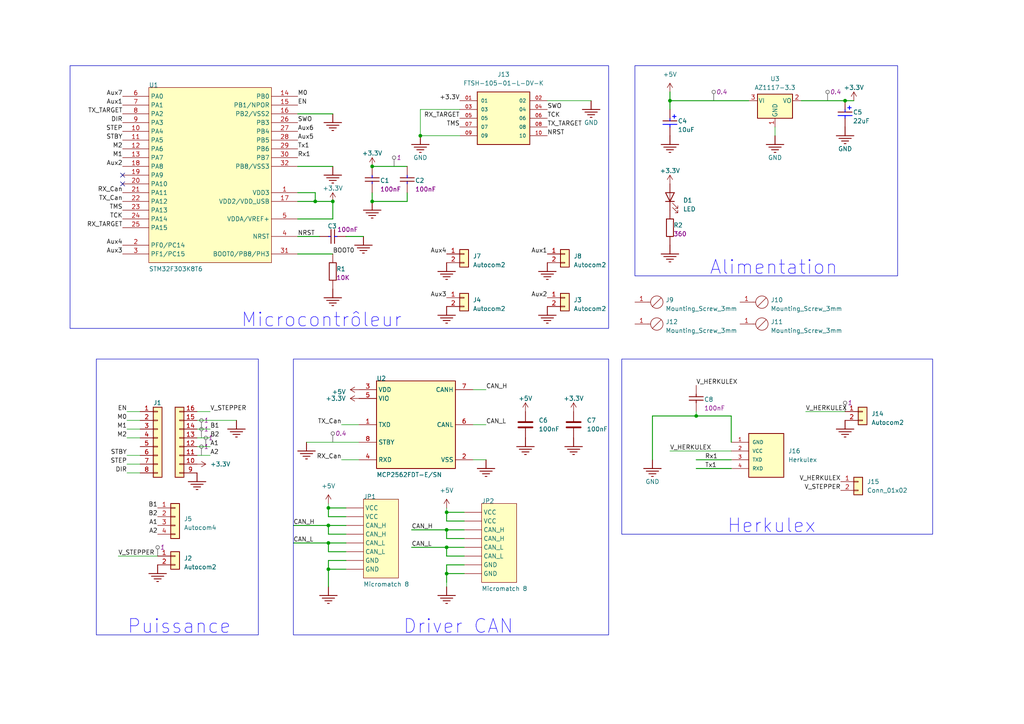
<source format=kicad_sch>
(kicad_sch (version 20250114) (generator "eeschema") (generator_version "9.0")
  (paper "A4")
  (title_block (title "Carte moteur pas à pas (version industrialisée)") (date "2023-12-13") (rev "V0") (company "IUT de Cachan - CRAC") (comment 1 "Jeanne VOISIN"))
  (lib_symbols
    (symbol "+5V_1" (power) (pin_names (offset 0))
      (property "Value" "+5V_1" (at 0 3.556 0))
      (symbol "+5V_1_1_1"
        (pin power_in line (at 0 0 90) (length 0) (hide yes) (name "+5V") (number "1"))
      )
    )
    (symbol "0_Ge2:FTSH-105-01-L-DV-K" (pin_names (offset 1.016))
      (property "Reference" "J" (at -7.62 8.382 0))
      (property "Value" "FTSH-105-01-L-DV-K" (at -7.62 -10.16 0))
      (symbol "FTSH-105-01-L-DV-K_0_0"
        (pin passive line (at -12.7 5.08 0) (length 5.08) (name "01") (number "01"))
        (pin passive line (at -12.7 2.54 0) (length 5.08) (name "03") (number "03"))
        (pin passive line (at -12.7 0 0) (length 5.08) (name "05") (number "05"))
        (pin passive line (at -12.7 -2.54 0) (length 5.08) (name "07") (number "07"))
        (pin passive line (at -12.7 -5.08 0) (length 5.08) (name "09") (number "09"))
        (pin passive line (at 12.7 5.08 180) (length 5.08) (name "02") (number "02"))
        (pin passive line (at 12.7 2.54 180) (length 5.08) (name "04") (number "04"))
        (pin passive line (at 12.7 0 180) (length 5.08) (name "06") (number "06"))
        (pin passive line (at 12.7 -2.54 180) (length 5.08) (name "08") (number "08"))
        (pin passive line (at 12.7 -5.08 180) (length 5.08) (name "10") (number "10"))
      )
    )
    (symbol "0_Ge2:Herkulex" (pin_names (offset 1.016))
      (property "Reference" "J" (at 0 1.27 0))
      (property "Value" "Herkulex" (at 0 -15.24 0))
      (symbol "Herkulex_1_0"
        (pin passive line (at -5.08 -2.54 0) (length 5.08) (name "GND") (number "1"))
        (pin passive line (at -5.08 -5.08 0) (length 5.08) (name "VCC") (number "2"))
        (pin passive line (at -5.08 -7.62 0) (length 5.08) (name "TXD") (number "3"))
        (pin passive line (at -5.08 -10.16 0) (length 5.08) (name "RXD") (number "4"))
      )
    )
    (symbol "CaptCouleurV2-altium-import:GND" (power)
      (property "Reference" "#PWR" (at 0 0 0))
      (property "Value" "GND" (at 0 6.35 0))
      (symbol "GND_0_0"
        (pin power_in line (at 0 0 0) (length 0) (hide yes) (name "GND") (number ""))
      )
    )
    (symbol "CaptCouleurV2-altium-import:root_0_MCU_LQFP32"
      (symbol "root_0_MCU_LQFP32_1_0"
        (pin passive line (at -7.62 -2.54 0) (length 7.62) (name "PA0") (number "6"))
        (pin passive line (at -7.62 -5.08 0) (length 7.62) (name "PA1") (number "7"))
        (pin passive line (at -7.62 -7.62 0) (length 7.62) (name "PA2") (number "8"))
        (pin passive line (at -7.62 -10.16 0) (length 7.62) (name "PA3") (number "9"))
        (pin passive line (at -7.62 -12.7 0) (length 7.62) (name "PA4") (number "10"))
        (pin passive line (at -7.62 -15.24 0) (length 7.62) (name "PA5") (number "11"))
        (pin passive line (at -7.62 -17.78 0) (length 7.62) (name "PA6") (number "12"))
        (pin passive line (at -7.62 -20.32 0) (length 7.62) (name "PA7") (number "13"))
        (pin passive line (at -7.62 -22.86 0) (length 7.62) (name "PA8") (number "18"))
        (pin passive line (at -7.62 -25.4 0) (length 7.62) (name "PA9") (number "19"))
        (pin passive line (at -7.62 -27.94 0) (length 7.62) (name "PA10") (number "20"))
        (pin passive line (at -7.62 -30.48 0) (length 7.62) (name "PA11") (number "21"))
        (pin passive line (at -7.62 -33.02 0) (length 7.62) (name "PA12") (number "22"))
        (pin passive line (at -7.62 -35.56 0) (length 7.62) (name "PA13") (number "23"))
        (pin passive line (at -7.62 -38.1 0) (length 7.62) (name "PA14") (number "24"))
        (pin passive line (at -7.62 -40.64 0) (length 7.62) (name "PA15") (number "25"))
        (pin passive line (at -7.62 -45.72 0) (length 7.62) (name "PF0/PC14") (number "2"))
        (pin passive line (at -7.62 -48.26 0) (length 7.62) (name "PF1/PC15") (number "3"))
        (pin passive line (at 43.18 -2.54 180) (length 7.62) (name "PB0") (number "14"))
        (pin passive line (at 43.18 -5.08 180) (length 7.62) (name "PB1/NPOR") (number "15"))
        (pin passive line (at 43.18 -7.62 180) (length 7.62) (name "PB2/VSS2") (number "16"))
        (pin passive line (at 43.18 -10.16 180) (length 7.62) (name "PB3") (number "26"))
        (pin passive line (at 43.18 -12.7 180) (length 7.62) (name "PB4") (number "27"))
        (pin passive line (at 43.18 -15.24 180) (length 7.62) (name "PB5") (number "28"))
        (pin passive line (at 43.18 -17.78 180) (length 7.62) (name "PB6") (number "29"))
        (pin passive line (at 43.18 -20.32 180) (length 7.62) (name "PB7") (number "30"))
        (pin passive line (at 43.18 -22.86 180) (length 7.62) (name "PB8/VSS3") (number "32"))
        (pin passive line (at 43.18 -30.48 180) (length 7.62) (name "VDD3") (number "1"))
        (pin passive line (at 43.18 -33.02 180) (length 7.62) (name "VDD2/VDD_USB") (number "17"))
        (pin passive line (at 43.18 -38.1 180) (length 7.62) (name "VDDA/VREF+") (number "5"))
        (pin passive line (at 43.18 -43.18 180) (length 7.62) (name "NRST") (number "4"))
        (pin passive line (at 43.18 -48.26 180) (length 7.62) (name "BOOT0/PB8/PH3") (number "31"))
      )
    )
    (symbol "CaptCouleurV2-altium-import:root_1_Cap_np"
      (symbol "root_1_Cap_np_1_0"
        (pin passive line (at 0 7.62 270) (length 2.54) (name "2") (number "2"))
        (pin passive line (at 0 0 90) (length 2.54) (name "1") (number "1"))
      )
    )
    (symbol "CaptCouleurV2-altium-import:root_1_Res"
      (symbol "root_1_Res_1_0"
        (pin passive line (at 0 10.16 270) (length 2.54) (name "2") (number "2"))
        (pin passive line (at 0 0 90) (length 2.54) (name "1") (number "1"))
      )
    )
    (symbol "CaptCouleurV2-altium-import:root_2_Cap_np"
      (symbol "root_2_Cap_np_1_0"
        (pin passive line (at -7.62 0 0) (length 2.54) (name "2") (number "2"))
        (pin passive line (at 0 0 180) (length 2.54) (name "1") (number "1"))
      )
    )
    (symbol "CaptCouleurV2-altium-import:root_3_Cap Pol1"
      (symbol "root_3_Cap Pol1_1_0"
        (pin passive line (at -2.54 2.54 270) (length 2.54) (name "1") (number "1"))
        (pin passive line (at -2.54 -5.08 90) (length 2.54) (name "2") (number "2"))
      )
    )
    (symbol "Connector_Generic:Conn_01x02" (pin_names (offset 1.016) (hide yes))
      (property "Reference" "J" (at 0 2.54 0))
      (property "Value" "Conn_01x02" (at 0 -5.08 0))
      (symbol "Conn_01x02_1_1"
        (pin passive line (at -5.08 0 0) (length 3.81) (name "Pin_1") (number "1"))
        (pin passive line (at -5.08 -2.54 0) (length 3.81) (name "Pin_2") (number "2"))
      )
    )
    (symbol "Connector_Generic:Conn_01x08" (pin_names (offset 1.016) (hide yes))
      (property "Reference" "J1" (at 2.54 -0.635 0))
      (property "Value" "Conn_01x08" (at 2.54 -3.175 0))
      (symbol "Conn_01x08_1_1"
        (pin passive line (at -5.08 7.62 0) (length 3.81) (name "Pin_1") (number "1"))
        (pin passive line (at -5.08 5.08 0) (length 3.81) (name "Pin_2") (number "2"))
        (pin passive line (at -5.08 2.54 0) (length 3.81) (name "Pin_3") (number "3"))
        (pin passive line (at -5.08 0 0) (length 3.81) (name "Pin_4") (number "4"))
        (pin passive line (at -5.08 -2.54 0) (length 3.81) (name "Pin_5") (number "5"))
        (pin passive line (at -5.08 -5.08 0) (length 3.81) (name "Pin_6") (number "6"))
        (pin passive line (at -5.08 -7.62 0) (length 3.81) (name "Pin_7") (number "7"))
        (pin passive line (at -5.08 -10.16 0) (length 3.81) (name "Pin_8") (number "8"))
        (pin passive line (at 11.43 7.62 180) (length 3.81) (name "Pin_8") (number "16"))
        (pin passive line (at 11.43 5.08 180) (length 3.81) (name "Pin_7") (number "15"))
        (pin passive line (at 11.43 2.54 180) (length 3.81) (name "Pin_6") (number "14"))
        (pin passive line (at 11.43 0 180) (length 3.81) (name "Pin_5") (number "13"))
        (pin passive line (at 11.43 -2.54 180) (length 3.81) (name "Pin_4") (number "12"))
        (pin passive line (at 11.43 -5.08 180) (length 3.81) (name "Pin_3") (number "11"))
        (pin passive line (at 11.43 -7.62 180) (length 3.81) (name "Pin_2") (number "10"))
        (pin passive line (at 11.43 -10.16 180) (length 3.81) (name "Pin_1") (number "9"))
      )
    )
    (symbol "Device:C" (pin_numbers (hide yes)) (pin_names (offset 0.254))
      (property "Reference" "C" (at 0.635 2.54 0))
      (property "Value" "C" (at 0.635 -2.54 0))
      (symbol "C_1_1"
        (pin passive line (at 0 3.81 270) (length 2.794) (name "~") (number "1"))
        (pin passive line (at 0 -3.81 90) (length 2.794) (name "~") (number "2"))
      )
    )
    (symbol "Device:LED" (pin_numbers (hide yes)) (pin_names (offset 1.016) (hide yes))
      (property "Reference" "D" (at 0 2.54 0))
      (property "Value" "LED" (at 0 -2.54 0))
      (symbol "LED_1_1"
        (pin passive line (at -3.81 0 0) (length 2.54) (name "K") (number "1"))
        (pin passive line (at 3.81 0 180) (length 2.54) (name "A") (number "2"))
      )
    )
    (symbol "Regulator_Linear:AZ1117-3.3" (pin_names (offset 0.254))
      (property "Reference" "U" (at -3.81 3.175 0))
      (property "Value" "AZ1117-3.3" (at 0 3.175 0))
      (symbol "AZ1117-3.3_1_1"
        (pin power_in line (at -7.62 0 0) (length 2.54) (name "VI") (number "3"))
        (pin power_in line (at 0 -7.62 90) (length 2.54) (name "GND") (number "1"))
        (pin power_out line (at 7.62 0 180) (length 2.54) (name "VO") (number "2"))
      )
    )
    (symbol "Schéma Carte Commande-altium-import:1_Cap"
      (property "Value" "1_Cap" (at 0 0 0))
      (symbol "1_Cap_1_0"
        (pin passive line (at 2.54 5.08 270) (length 2.54) (name "2") (number "2"))
        (pin passive line (at 2.54 -2.54 90) (length 2.54) (name "1") (number "1"))
      )
    )
    (symbol "Schéma Carte Commande-altium-import:GND" (power)
      (property "Reference" "#PWR" (at 0 0 0))
      (property "Value" "GND" (at 0 6.35 0))
      (symbol "GND_0_0"
        (pin power_in line (at 0 0 0) (length 0) (hide yes) (name "GND") (number ""))
      )
    )
    (symbol "SymbGamelGe2_v6:Autocom2" (pin_names (offset 1.016) (hide yes))
      (property "Reference" "J" (at 0 2.54 0))
      (property "Value" "Autocom2" (at 0 -5.08 0))
      (symbol "Autocom2_1_1"
        (pin passive line (at -5.08 0 0) (length 3.81) (name "Pin_1") (number "1"))
        (pin passive line (at -5.08 -2.54 0) (length 3.81) (name "Pin_2") (number "2"))
      )
    )
    (symbol "SymbGamelGe2_v6:Autocom4" (pin_names (offset 1.016) (hide yes))
      (property "Reference" "J" (at 0 5.08 0))
      (property "Value" "Autocom4" (at 0 -7.62 0))
      (symbol "Autocom4_1_1"
        (pin passive line (at -5.08 2.54 0) (length 3.81) (name "Pin_1") (number "1"))
        (pin passive line (at -5.08 0 0) (length 3.81) (name "Pin_2") (number "2"))
        (pin passive line (at -5.08 -2.54 0) (length 3.81) (name "Pin_3") (number "3"))
        (pin passive line (at -5.08 -5.08 0) (length 3.81) (name "Pin_4") (number "4"))
      )
    )
    (symbol "SymbGamelGe2_v6:Mounting_Screw_3mm" (pin_names (offset 1.016) (hide yes))
      (property "Reference" "J" (at 0 2.54 0))
      (property "Value" "Mounting_Screw_3mm" (at 1.27 -2.54 0))
      (symbol "Mounting_Screw_3mm_1_1"
        (pin passive line (at -5.08 0 0) (length 3.81) (name "Pin_1") (number "1"))
      )
    )
    (symbol "WifiCAN-altium-import:0_Conn. - CAN"
      (property "Value" "0_Conn. - CAN" (at 0 0 0))
      (symbol "0_Conn. - CAN_1_0"
        (pin passive line (at 0 2.54 0) (length 5.08) (name "VCC") (number "8"))
        (pin passive line (at 0 0 0) (length 5.08) (name "VCC") (number "1"))
        (pin passive line (at 0 -2.54 0) (length 5.08) (name "CAN_H") (number "5"))
        (pin passive line (at 0 -5.08 0) (length 5.08) (name "CAN_H") (number "4"))
        (pin passive line (at 0 -7.62 0) (length 5.08) (name "CAN_L") (number "6"))
        (pin passive line (at 0 -10.16 0) (length 5.08) (name "CAN_L") (number "3"))
        (pin passive line (at 0 -12.7 0) (length 5.08) (name "GND") (number "2"))
        (pin passive line (at 0 -15.24 0) (length 5.08) (name "GND") (number "7"))
      )
    )
    (symbol "WifiCAN-altium-import:0_fcb6c66e4429206983adab9201371df"
      (property "Value" "0_fcb6c66e4429206983adab9201371df" (at 0 0 0))
      (symbol "0_fcb6c66e4429206983adab9201371df_1_0"
        (pin power_in line (at 0 0 0) (length 5.08) (name "VDD") (number "3"))
        (pin power_in line (at 0 -2.54 0) (length 5.08) (name "VIO") (number "5"))
        (pin input line (at 0 -10.16 0) (length 5.08) (name "TXD") (number "1"))
        (pin input line (at 0 -15.24 0) (length 5.08) (name "STBY") (number "8"))
        (pin output line (at 0 -20.32 0) (length 5.08) (name "RXD") (number "4"))
        (pin bidirectional line (at 33.02 0 180) (length 5.08) (name "CANH") (number "7"))
        (pin bidirectional line (at 33.02 -10.16 180) (length 5.08) (name "CANL") (number "6"))
        (pin power_in line (at 33.02 -20.32 180) (length 5.08) (name "VSS") (number "2"))
      )
    )
    (symbol "power:+3.3V" (power) (pin_names (offset 0))
      (property "Value" "+3.3V" (at 0 3.556 0))
      (symbol "+3.3V_1_1"
        (pin power_in line (at 0 0 90) (length 0) (hide yes) (name "+3.3V") (number "1"))
      )
    )
    (symbol "power:+5V" (power) (pin_names (offset 0))
      (property "Value" "+5V" (at 0 3.556 0))
      (symbol "+5V_1_1"
        (pin power_in line (at 0 0 90) (length 0) (hide yes) (name "+5V") (number "1"))
      )
    )
  )
  (rectangle (start 27.94 104.14) (end 74.93 184.15))
  (rectangle (start 184.15 19.05) (end 260.35 80.01))
  (rectangle (start 85.09 104.14) (end 176.53 184.15))
  (rectangle (start 20.32 19.05) (end 176.53 95.25))
  (rectangle (start 180.34 104.14) (end 270.51 154.94))
  (text "Puissance" (at 36.83 184.15 0) (effects (font (size 4 4)) (justify left bottom)))
  (text "Microcontrôleur" (at 69.85 95.25 0) (effects (font (size 4 4)) (justify left bottom)))
  (text "Driver CAN" (at 116.84 184.15 0) (effects (font (size 4 4)) (justify left bottom)))
  (text "Herkulex" (at 210.82 154.94 0) (effects (font (size 4 4)) (justify left bottom)))
  (text "Alimentation" (at 205.74 80.01 0) (effects (font (size 4 4)) (justify left bottom)))
  (junction (at 129.54 158.75))
  (junction (at 95.25 165.1))
  (junction (at 129.54 166.37))
  (junction (at 107.95 48.26))
  (junction (at 95.25 152.4))
  (junction (at 121.92 39.37))
  (junction (at 95.25 147.32))
  (junction (at 201.93 120.65))
  (junction (at 245.11 29.21))
  (junction (at 194.31 29.21))
  (junction (at 95.25 157.48))
  (junction (at 129.54 148.59))
  (junction (at 107.95 58.42))
  (junction (at 96.52 58.42))
  (junction (at 129.54 153.67))
  (junction (at 91.44 58.42))
  (no_connect (at 35.56 50.8))
  (no_connect (at 35.56 53.34))
  (wire (pts (xy 96.52 58.42) (xy 96.52 63.5)) (stroke (width 0.254)))
  (wire (pts (xy 129.54 163.83) (xy 129.54 166.37)) (stroke (width 0.254)))
  (wire (pts (xy 133.35 39.37) (xy 121.92 39.37)))
  (wire (pts (xy 95.25 162.56) (xy 95.25 165.1)) (stroke (width 0.254)))
  (wire (pts (xy 36.83 134.62) (xy 40.64 134.62)))
  (wire (pts (xy 121.92 39.37) (xy 121.92 31.75)))
  (wire (pts (xy 100.33 162.56) (xy 95.25 162.56)) (stroke (width 0.254)))
  (wire (pts (xy 36.83 137.16) (xy 40.64 137.16)))
  (wire (pts (xy 201.93 133.35) (xy 212.09 133.35)) (stroke (width 0.254)))
  (wire (pts (xy 36.83 121.92) (xy 40.64 121.92)))
  (wire (pts (xy 95.25 160.02) (xy 95.25 157.48)) (stroke (width 0.254)))
  (wire (pts (xy 86.36 33.02) (xy 96.52 33.02)) (stroke (width 0.254)))
  (wire (pts (xy 189.23 120.65) (xy 201.93 120.65)) (stroke (width 0.254)))
  (wire (pts (xy 129.54 158.75) (xy 134.62 158.75)) (stroke (width 0.254)))
  (wire (pts (xy 86.36 73.66) (xy 96.52 73.66)) (stroke (width 0.254)))
  (wire (pts (xy 129.54 166.37) (xy 129.54 168.91)) (stroke (width 0.254)))
  (wire (pts (xy 129.54 153.67) (xy 134.62 153.67)) (stroke (width 0.254)))
  (wire (pts (xy 121.92 31.75) (xy 133.35 31.75)))
  (wire (pts (xy 91.44 58.42) (xy 96.52 58.42)) (stroke (width 0.254)))
  (wire (pts (xy 36.83 127) (xy 40.64 127)))
  (wire (pts (xy 95.25 146.05) (xy 95.25 147.32)))
  (wire (pts (xy 134.62 163.83) (xy 129.54 163.83)) (stroke (width 0.254)))
  (wire (pts (xy 245.11 29.21) (xy 247.65 29.21)) (stroke (width 0.254)))
  (wire (pts (xy 194.31 130.81) (xy 212.09 130.81)))
  (wire (pts (xy 57.15 127) (xy 60.96 127)))
  (wire (pts (xy 57.15 119.38) (xy 60.96 119.38)))
  (wire (pts (xy 194.31 26.67) (xy 194.31 29.21)) (stroke (width 0.254)))
  (wire (pts (xy 100.33 160.02) (xy 95.25 160.02)) (stroke (width 0.254)))
  (wire (pts (xy 88.9 128.27) (xy 104.14 128.27)))
  (wire (pts (xy 137.16 113.03) (xy 140.97 113.03)))
  (wire (pts (xy 95.25 147.32) (xy 100.33 147.32)) (stroke (width 0.254)))
  (wire (pts (xy 95.25 149.86) (xy 95.25 147.32)) (stroke (width 0.254)))
  (wire (pts (xy 86.36 68.58) (xy 92.71 68.58)) (stroke (width 0.254)))
  (wire (pts (xy 140.97 123.19) (xy 137.16 123.19)))
  (wire (pts (xy 34.29 161.29) (xy 45.72 161.29)))
  (wire (pts (xy 118.11 48.26) (xy 107.95 48.26)) (stroke (width 0.254)))
  (wire (pts (xy 57.15 124.46) (xy 60.96 124.46)))
  (wire (pts (xy 140.97 133.35) (xy 137.16 133.35)))
  (wire (pts (xy 129.54 168.91) (xy 129.54 170.18)))
  (wire (pts (xy 85.09 157.48) (xy 95.25 157.48)) (stroke (width 0.254)))
  (wire (pts (xy 194.31 29.21) (xy 194.31 31.75)) (stroke (width 0.254)))
  (wire (pts (xy 134.62 161.29) (xy 129.54 161.29)) (stroke (width 0.254)))
  (wire (pts (xy 95.25 154.94) (xy 95.25 152.4)) (stroke (width 0.254)))
  (wire (pts (xy 118.11 58.42) (xy 107.95 58.42)) (stroke (width 0.254)))
  (wire (pts (xy 129.54 148.59) (xy 134.62 148.59)) (stroke (width 0.254)))
  (wire (pts (xy 95.25 165.1) (xy 95.25 170.18)) (stroke (width 0.254)))
  (wire (pts (xy 189.23 120.65) (xy 189.23 133.35)) (stroke (width 0.254)))
  (wire (pts (xy 36.83 119.38) (xy 40.64 119.38)))
  (wire (pts (xy 119.38 158.75) (xy 129.54 158.75)) (stroke (width 0.254)))
  (wire (pts (xy 86.36 55.88) (xy 91.44 55.88)) (stroke (width 0.254)))
  (wire (pts (xy 95.25 152.4) (xy 100.33 152.4)) (stroke (width 0.254)))
  (wire (pts (xy 129.54 151.13) (xy 129.54 148.59)) (stroke (width 0.254)))
  (wire (pts (xy 85.09 152.4) (xy 95.25 152.4)) (stroke (width 0.254)))
  (wire (pts (xy 105.41 68.58) (xy 100.33 68.58)) (stroke (width 0.254)))
  (wire (pts (xy 99.06 133.35) (xy 104.14 133.35)))
  (wire (pts (xy 201.93 135.89) (xy 212.09 135.89)) (stroke (width 0.254)))
  (wire (pts (xy 95.25 157.48) (xy 100.33 157.48)) (stroke (width 0.254)))
  (wire (pts (xy 129.54 161.29) (xy 129.54 158.75)) (stroke (width 0.254)))
  (wire (pts (xy 100.33 149.86) (xy 95.25 149.86)) (stroke (width 0.254)))
  (wire (pts (xy 86.36 58.42) (xy 91.44 58.42)) (stroke (width 0.254)))
  (wire (pts (xy 212.09 120.65) (xy 212.09 128.27)) (stroke (width 0.254)))
  (wire (pts (xy 134.62 166.37) (xy 129.54 166.37)) (stroke (width 0.254)))
  (wire (pts (xy 119.38 153.67) (xy 129.54 153.67)) (stroke (width 0.254)))
  (wire (pts (xy 100.33 165.1) (xy 95.25 165.1)) (stroke (width 0.254)))
  (wire (pts (xy 57.15 129.54) (xy 60.96 129.54)))
  (wire (pts (xy 86.36 48.26) (xy 96.52 48.26)) (stroke (width 0.254)))
  (wire (pts (xy 232.41 29.21) (xy 245.11 29.21)) (stroke (width 0.254)))
  (wire (pts (xy 36.83 132.08) (xy 40.64 132.08)))
  (wire (pts (xy 118.11 55.88) (xy 118.11 58.42)) (stroke (width 0.254)))
  (wire (pts (xy 233.68 119.38) (xy 245.11 119.38)))
  (wire (pts (xy 134.62 151.13) (xy 129.54 151.13)) (stroke (width 0.254)))
  (wire (pts (xy 107.95 58.42) (xy 107.95 55.88)) (stroke (width 0.254)))
  (wire (pts (xy 129.54 156.21) (xy 129.54 153.67)) (stroke (width 0.254)))
  (wire (pts (xy 36.83 124.46) (xy 40.64 124.46)))
  (wire (pts (xy 57.15 121.92) (xy 68.58 121.92)))
  (wire (pts (xy 96.52 63.5) (xy 86.36 63.5)) (stroke (width 0.254)))
  (wire (pts (xy 57.15 132.08) (xy 60.96 132.08)))
  (wire (pts (xy 91.44 55.88) (xy 91.44 58.42)) (stroke (width 0.254)))
  (wire (pts (xy 129.54 147.32) (xy 129.54 148.59)))
  (wire (pts (xy 212.09 120.65) (xy 201.93 120.65)) (stroke (width 0.254)))
  (wire (pts (xy 100.33 154.94) (xy 95.25 154.94)) (stroke (width 0.254)))
  (wire (pts (xy 224.79 36.83) (xy 224.79 39.37)))
  (wire (pts (xy 99.06 123.19) (xy 104.14 123.19)))
  (wire (pts (xy 194.31 29.21) (xy 217.17 29.21)) (stroke (width 0.254)))
  (wire (pts (xy 201.93 119.38) (xy 201.93 120.65)))
  (wire (pts (xy 134.62 156.21) (xy 129.54 156.21)) (stroke (width 0.254)))
  (wire (pts (xy 158.75 29.21) (xy 171.45 29.21)))
  (label "STBY" (at 36.83 132.08 180))
  (label "NRST" (at 86.36 68.58 0))
  (label "CAN_L" (at 119.38 158.75 0))
  (label "A1" (at 60.96 129.54 0))
  (label "B2" (at 60.96 127 0))
  (label "TX_Can" (at 35.56 58.42 180))
  (label "EN" (at 36.83 119.38 180))
  (label "A2" (at 60.96 132.08 0))
  (label "Aux1" (at 35.56 30.48 180))
  (label "CAN_H" (at 140.97 113.03 0))
  (label "V_HERKULEX" (at 194.31 130.81 0))
  (label "B2" (at 45.72 149.86 180))
  (label "TX_TARGET" (at 35.56 33.02 180))
  (label "SWO" (at 86.36 35.56 0))
  (label "Aux2" (at 158.75 86.36 180))
  (label "BOOT0" (at 96.52 73.66 0))
  (label "Tx1" (at 204.47 135.89 0))
  (label "Aux5" (at 86.36 40.64 0))
  (label "TCK" (at 158.75 34.29 0))
  (label "Aux2" (at 35.56 48.26 180))
  (label "RX_Can" (at 99.06 133.35 180))
  (label "Tx1" (at 86.36 43.18 0))
  (label "EN" (at 86.36 30.48 0))
  (label "M1" (at 36.83 124.46 180))
  (label "Aux4" (at 129.54 73.66 180))
  (label "M2" (at 36.83 127 180))
  (label "Rx1" (at 204.47 133.35 0))
  (label "V_HERKULEX" (at 201.93 111.76 0))
  (label "+3.3V" (at 133.35 29.21 180))
  (label "M1" (at 35.56 45.72 180))
  (label "A2" (at 45.72 154.94 180))
  (label "M2" (at 35.56 43.18 180))
  (label "A1" (at 45.72 152.4 180))
  (label "RX_TARGET" (at 35.56 66.04 180))
  (label "V_STEPPER" (at 34.29 161.29 0))
  (label "CAN_L" (at 140.97 123.19 0))
  (label "TX_Can" (at 99.06 123.19 180))
  (label "CAN_L" (at 85.09 157.48 0))
  (label "CAN_H" (at 119.38 153.67 0))
  (label "NRST" (at 158.75 39.37 0))
  (label "TCK" (at 35.56 63.5 180))
  (label "Aux4" (at 35.56 71.12 180))
  (label "B1" (at 45.72 147.32 180))
  (label "CAN_H" (at 85.09 152.4 0))
  (label "DIR" (at 36.83 137.16 180))
  (label "B1" (at 60.96 124.46 0))
  (label "Aux3" (at 35.56 73.66 180))
  (label "TMS" (at 133.35 36.83 180))
  (label "Aux6" (at 86.36 38.1 0))
  (label "Rx1" (at 86.36 45.72 0))
  (label "TMS" (at 35.56 60.96 180))
  (label "RX_TARGET" (at 133.35 34.29 180))
  (label "V_HERKULEX" (at 233.68 119.38 0))
  (label "Aux7" (at 35.56 27.94 180))
  (label "M0" (at 36.83 121.92 180))
  (label "DIR" (at 35.56 35.56 180))
  (label "M0" (at 86.36 27.94 0))
  (label "Aux1" (at 158.75 73.66 180))
  (label "Aux3" (at 129.54 86.36 180))
  (label "V_STEPPER" (at 60.96 119.38 0))
  (label "RX_Can" (at 35.56 55.88 180))
  (label "V_STEPPER" (at 243.84 142.24 180))
  (label "TX_TARGET" (at 158.75 36.83 0))
  (label "STBY" (at 35.56 40.64 180))
  (label "STEP" (at 35.56 38.1 180))
  (label "STEP" (at 36.83 134.62 180))
  (label "SWO" (at 158.75 31.75 0))
  (label "V_HERKULEX" (at 243.84 139.7 180))
  (netclass_flag "" (length 2.54) (shape round) (at 58.42 132.08 0) (property "Netclass" "1" (at 59.1185 129.54 0) (effects (font (italic yes)) (justify left))))
  (netclass_flag "" (length 2.54) (shape round) (at 58.42 124.46 0) (property "Netclass" "1" (at 59.1185 121.92 0) (effects (font (italic yes)) (justify left))))
  (netclass_flag "" (length 2.54) (shape round) (at 207.01 29.21 0) (property "Netclass" "0.4" (at 207.7085 26.67 0) (effects (font (italic yes)) (justify left))))
  (netclass_flag "" (length 2.54) (shape round) (at 114.3 48.26 0) (property "Netclass" "1" (at 114.9985 45.72 0) (effects (font (italic yes)) (justify left))))
  (netclass_flag "" (length 2.54) (shape round) (at 240.03 29.21 0) (property "Netclass" "0.4" (at 240.7285 26.67 0) (effects (font (italic yes)) (justify left))))
  (netclass_flag "" (length 2.54) (shape round) (at 59.69 129.54 0) (property "Netclass" "1" (at 60.3885 127 0) (effects (font (italic yes)) (justify left))))
  (netclass_flag "" (length 2.54) (shape round) (at 96.52 128.27 0) (property "Netclass" "0.4" (at 97.2185 125.73 0) (effects (font (italic yes)) (justify left))))
  (netclass_flag "" (length 2.54) (shape round) (at 58.42 127 0) (property "Netclass" "1" (at 59.1185 124.46 0) (effects (font (italic yes)) (justify left))))
  (netclass_flag "" (length 2.54) (shape round) (at 45.72 161.29 0) (property "Netclass" "1" (at 46.4185 158.75 0) (effects (font (italic yes)) (justify left))))
  (netclass_flag "" (length 2.54) (shape round) (at 245.11 119.38 0) (property "Netclass" "1" (at 245.8085 116.84 0) (effects (font (italic yes)) (justify left))))
  (symbol (lib_id "CaptCouleurV2-altium-import:root_1_Res") (at 194.31 71.12 0) (unit 1)
    (property "Reference" "R2" (at 195.326 66.04 0) (effects (justify left bottom)))
    (property "Value" "${ALTIUM_VALUE}" (effects (hide yes)))
    (property "Footprint" "Resistor_SMD:R_1206_3216Metric_Pad1.30x1.75mm_HandSolder" (effects (hide yes)))
    (property "PUBLISHED" "8-Jun-2000" (effects (hide yes)))
    (property "REVISION" "July-2002: Re-released for DXP Platform." (effects (hide yes)))
    (property "PUBLISHER" "Altium Limited" (effects (hide yes)))
    (property "SUPPLIER 2" "Farnell" (effects (hide yes)))
    (property "SUPPLIER PART NUMBER 2" "2057836" (effects (hide yes)))
    (property "ALTIUM_VALUE" "360" (at 195.326 68.58 0) (effects (justify left bottom)))
  )
  (symbol (lib_id "power:+3.3V") (at 104.14 115.57 90) (unit 1)
    (property "Reference" "#PWR021" (effects (hide yes)))
    (property "Value" "+3.3V" (at 100.33 115.57 90) (effects (justify left)))
  )
  (symbol (lib_id "SymbGamelGe2_v6:Autocom2") (at 134.62 73.66 0) (unit 1)
    (property "Reference" "J7" (at 137.16 74.295 0) (effects (justify left)))
    (property "Value" "Autocom2" (at 137.16 76.835 0) (effects (justify left)))
    (property "Footprint" "FootprintGamelGe2_v6:Autocom2" (effects (hide yes)))
  )
  (symbol (lib_id "CaptCouleurV2-altium-import:root_0_MCU_LQFP32") (at 43.18 25.4 0) (unit 1)
    (property "Reference" "U1" (at 43.18 25.4 0) (effects (justify left bottom)))
    (property "Value" "STM32F303K8T6" (at 43.18 78.74 0) (effects (justify left bottom)))
    (property "Footprint" "STM32F303K8T6:QFP80P900X900X160-32N" (effects (hide yes)))
  )
  (symbol (lib_id "WifiCAN-altium-import:0_Conn. - CAN") (at 100.33 149.86 0) (unit 1)
    (property "Reference" "JP1" (at 105.41 144.78 0) (effects (justify left bottom)))
    (property "Value" "Micromatch 8" (at 105.41 170.18 0) (effects (justify left bottom)))
    (property "Footprint" "FootprintGamelGe2_v6:SW_DIP_SPSTx04_Slide_9.78x12.34mm_W7.62mm_P2.54mm" (effects (hide yes)))
    (property "COMPONENTLINK1URL" "http://www.tycoelectronics.com/commerce/DocumentDelivery/DDEController?Action=srchrtrv&DocNm=215083&DocType=Customer+Drawing&DocLang=English" (effects (hide yes)))
    (property "COMPONENTLINK1DESCRIPTION" "Datasheet" (effects (hide yes)))
    (property "SUPPLIER 1" "Farnell" (effects (hide yes)))
    (property "SUPPLIER PART NUMBER 1" "3784733" (effects (hide yes)))
    (property "MANUFACTURER" "TE CONNECTIVITY / AMP" (effects (hide yes)))
    (property "MANUFACTURER PART NUMBER" "7-188275-8" (effects (hide yes)))
    (property "ROHS" "YES" (effects (hide yes)))
    (property "STOCK 1" "13392" (effects (hide yes)))
    (property "PRICING 1" "10=0,92, 250=0,72, 900=0,64 (EUR)" (effects (hide yes)))
    (property "SÉRIE" "Micro-MaTch" (effects (hide yes)))
    (property "PAS" "1.27" (effects (hide yes)))
    (property "NOMBRE DE RANGÉES" "1" (effects (hide yes)))
    (property "NOMBRE DE CONTACTS" "8" (effects (hide yes)))
    (property "GENRE" "Embase" (effects (hide yes)))
    (property "TERMINAISON DU CONTACT" "Montage en surface vertical" (effects (hide yes)))
    (property "PLAQUAGE DU CONTACT" "Tin" (effects (hide yes)))
    (property "MATÉRIAU DU CONTACT" "Bronze phosphoreux" (effects (hide yes)))
    (property "CONNECTOR TYPE" "Board to Board" (effects (hide yes)))
    (property "COURANT DE CONTACT" "1.5" (effects (hide yes)))
    (property "MATIÈRE, CONTACT" "Bronze phosphoreux" (effects (hide yes)))
    (property "MÉTHODE DE TERMINAISON" "Solder" (effects (hide yes)))
    (property "NOMBRE DE PÂLES" "8" (effects (hide yes)))
    (property "NOMBRE DE VOIES" "8" (effects (hide yes)))
    (property "NUMÉRO AWG MAX.." "28" (effects (hide yes)))
    (property "PLAQUAGE CONTACT" "Etain / Plomb" (effects (hide yes)))
    (property "RÉSISTANCE, CONTACT" "50" (effects (hide yes)))
    (property "TEMPÉRATURE DE FONCTIONNEMENT MAX.." "105" (effects (hide yes)))
    (property "TEMPÉRATURE D'UTILISATION MIN" "-40" (effects (hide yes)))
    (property "TENSION C.A." "230" (effects (hide yes)))
    (property "TYPE DE BOITIER" "Polyester chargé verre" (effects (hide yes)))
    (property "TYPE DE CONNECTEUR" "Carte-à-carte" (effects (hide yes)))
    (property "COMPONENTLINK2URL" "http://www.tycoelectronics.com/commerce/DocumentDelivery/DDEController?Action=srchrtrv&DocNm=7-188275-8&DocType=Customer+View+Model&DocLang=English" (effects (hide yes)))
    (property "COMPONENTLINK2DESCRIPTION" "http://www.tycoelectronics.com/commerce/DocumentDelivery/DDEController?Action=srchrtrv&DocNm=7-188275-8&DocType=Customer+View+Model&DocLang=English" (effects (hide yes)))
    (property "COMPONENTLINK3URL" "http://www.farnell.com/datasheets/102135.pdf" (effects (hide yes)))
    (property "COMPONENTLINK3DESCRIPTION" "http://www.farnell.com/datasheets/102135.pdf" (effects (hide yes)))
  )
  (symbol (lib_id "CaptCouleurV2-altium-import:GND") (at 105.41 68.58 0) (unit 1)
    (property "Reference" "#PWR029" (effects (hide yes)))
    (property "Value" "GND" (effects (hide yes)))
  )
  (symbol (lib_id "Connector_Generic:Conn_01x02") (at 248.92 139.7 0) (unit 1)
    (property "Reference" "J15" (at 251.46 139.7 0) (effects (justify left)))
    (property "Value" "Conn_01x02" (at 251.46 142.24 0) (effects (justify left)))
    (property "Footprint" "Connector_PinHeader_2.54mm:PinHeader_1x02_P2.54mm_Vertical" (effects (hide yes)))
  )
  (symbol (lib_id "CaptCouleurV2-altium-import:GND") (at 245.11 121.92 0) (unit 1)
    (property "Reference" "#PWR05" (effects (hide yes)))
    (property "Value" "GND" (effects (hide yes)))
  )
  (symbol (lib_id "Device:C") (at 152.4 123.19 0) (unit 1)
    (property "Reference" "C6" (at 156.21 121.92 0) (effects (justify left)))
    (property "Value" "100nF" (at 156.21 124.46 0) (effects (justify left)))
    (property "Footprint" "Capacitor_SMD:C_1206_3216Metric_Pad1.33x1.80mm_HandSolder" (effects (hide yes)))
  )
  (symbol (lib_id "CaptCouleurV2-altium-import:GND") (at 171.45 29.21 0) (unit 1)
    (property "Reference" "#PWR028" (effects (hide yes)))
    (property "Value" "GND" (at 171.45 35.56 0))
  )
  (symbol (lib_id "0_Ge2:FTSH-105-01-L-DV-K") (at 146.05 34.29 0) (unit 1)
    (property "Reference" "J13" (at 146.05 21.59 0))
    (property "Value" "FTSH-105-01-L-DV-K" (at 146.05 24.13 0))
    (property "Footprint" "0_FootprintGe2:SAMTEC_FTSH-105-01-L-DV-K" (effects (hide yes)))
    (property "MF" "Samtec" (effects (hide yes)))
    (property "DESCRIPTION" "Connector Header Surface Mount 10 position 0.050 (1.27mm)" (effects (hide yes)))
  )
  (symbol (lib_id "CaptCouleurV2-altium-import:GND") (at 129.54 170.18 0) (unit 1)
    (property "Reference" "#PWR04" (effects (hide yes)))
    (property "Value" "GND" (effects (hide yes)))
  )
  (symbol (lib_id "Connector_Generic:Conn_01x08") (at 45.72 127 0) (unit 1)
    (property "Reference" "J1" (at 44.45 116.84 0) (effects (justify left)))
    (property "Value" "Conn_01x08" (effects (hide yes)))
    (property "Footprint" "Package_DIP:DIP-16_W7.62mm_Socket_LongPads" (effects (hide yes)))
  )
  (symbol (lib_id "CaptCouleurV2-altium-import:GND") (at 224.79 39.37 0) (unit 1)
    (property "Reference" "#PWR034" (effects (hide yes)))
    (property "Value" "GND" (at 224.79 45.72 0))
  )
  (symbol (lib_id "power:+3.3V") (at 96.52 58.42 0) (unit 1)
    (property "Reference" "#PWR026" (effects (hide yes)))
    (property "Value" "+3.3V" (at 96.52 54.61 0))
  )
  (symbol (lib_id "power:+3.3V") (at 107.95 48.26 0) (unit 1)
    (property "Reference" "#PWR030" (effects (hide yes)))
    (property "Value" "+3.3V" (at 107.95 44.45 0))
  )
  (symbol (lib_id "0_Ge2:Herkulex") (at 217.17 125.73 0) (unit 1)
    (property "Reference" "J16" (at 228.6 130.81 0) (effects (justify left)))
    (property "Value" "Herkulex" (at 228.6 133.35 0) (effects (justify left)))
    (property "Footprint" "0_FootprintGe2:TE_292161-4" (effects (hide yes)))
    (property "Datasheet" "TE_292161-4" (effects (hide yes)))
    (property "Description" "\nConn, Rect,Wire to Board,PCB Plug,4 Cont,Thru-Hole,MT Series,0.079 Pin-Spng | TE Connectivity 292161-4\n" (effects (hide yes)))
    (property "MANUFACTURER" "TE Connectivity" (effects (hide yes)))
  )
  (symbol (lib_id "CaptCouleurV2-altium-import:GND") (at 158.75 76.2 0) (unit 1)
    (property "Reference" "#PWR023" (effects (hide yes)))
    (property "Value" "GND" (effects (hide yes)))
  )
  (symbol (lib_id "CaptCouleurV2-altium-import:GND") (at 96.52 48.26 0) (unit 1)
    (property "Reference" "#PWR025" (effects (hide yes)))
    (property "Value" "GND" (effects (hide yes)))
  )
  (symbol (lib_id "CaptCouleurV2-altium-import:GND") (at 194.31 71.12 0) (unit 1)
    (property "Reference" "#PWR016" (effects (hide yes)))
    (property "Value" "GND" (effects (hide yes)))
  )
  (symbol (lib_id "Schéma Carte Commande-altium-import:1_Cap") (at 199.39 116.84 0) (unit 1)
    (property "Reference" "C8" (at 204.216 116.586 0) (effects (justify left bottom)))
    (property "Value" "Cap" (effects (hide yes)))
    (property "Footprint" "Capacitor_SMD:C_1206_3216Metric_Pad1.33x1.80mm_HandSolder" (effects (hide yes)))
    (property "PUBLISHED" "8-Jun-2000" (effects (hide yes)))
    (property "REVISION" "July-2002: Re-released for DXP Platform." (effects (hide yes)))
    (property "PUBLISHER" "Altium Limited" (effects (hide yes)))
    (property "ALTIUM_VALUE" "100nF" (at 204.216 119.126 0) (effects (justify left bottom)))
  )
  (symbol (lib_id "CaptCouleurV2-altium-import:GND") (at 57.15 137.16 0) (unit 1)
    (property "Reference" "#PWR06" (effects (hide yes)))
    (property "Value" "GND" (effects (hide yes)))
  )
  (symbol (lib_id "CaptCouleurV2-altium-import:GND") (at 121.92 39.37 0) (unit 1)
    (property "Reference" "#PWR09" (effects (hide yes)))
    (property "Value" "GND" (at 121.92 45.72 0))
  )
  (symbol (lib_id "CaptCouleurV2-altium-import:GND") (at 96.52 33.02 0) (unit 1)
    (property "Reference" "#PWR018" (effects (hide yes)))
    (property "Value" "GND" (effects (hide yes)))
  )
  (symbol (lib_id "SymbGamelGe2_v6:Autocom2") (at 163.83 73.66 0) (unit 1)
    (property "Reference" "J8" (at 166.37 74.295 0) (effects (justify left)))
    (property "Value" "Autocom2" (at 166.37 76.835 0) (effects (justify left)))
    (property "Footprint" "FootprintGamelGe2_v6:Autocom2" (effects (hide yes)))
  )
  (symbol (lib_id "power:+3.3V") (at 194.31 53.34 0) (unit 1)
    (property "Reference" "#PWR014" (effects (hide yes)))
    (property "Value" "+3.3V" (at 194.31 49.53 0))
  )
  (symbol (lib_id "CaptCouleurV2-altium-import:GND") (at 96.52 83.82 0) (unit 1)
    (property "Reference" "#PWR017" (effects (hide yes)))
    (property "Value" "GND" (effects (hide yes)))
  )
  (symbol (lib_id "Device:C") (at 166.37 123.19 0) (unit 1)
    (property "Reference" "C7" (at 170.18 121.92 0) (effects (justify left)))
    (property "Value" "100nF" (at 170.18 124.46 0) (effects (justify left)))
    (property "Footprint" "Capacitor_SMD:C_1206_3216Metric_Pad1.33x1.80mm_HandSolder" (effects (hide yes)))
  )
  (symbol (lib_id "power:+5V") (at 194.31 26.67 0) (unit 1)
    (property "Reference" "#PWR032" (effects (hide yes)))
    (property "Value" "+5V" (at 194.31 21.59 0))
  )
  (symbol (lib_id "Schéma Carte Commande-altium-import:GND") (at 189.23 133.35 0) (unit 1)
    (property "Reference" "#PWR038" (effects (hide yes)))
    (property "Value" "GND" (at 189.23 139.7 0))
  )
  (symbol (lib_id "SymbGamelGe2_v6:Mounting_Screw_3mm") (at 189.23 87.63 0) (unit 1)
    (property "Reference" "J9" (at 193.04 86.995 0) (effects (justify left)))
    (property "Value" "Mounting_Screw_3mm" (at 193.04 89.535 0) (effects (justify left)))
    (property "Footprint" "FootprintGamelGe2_v6:Mounting_Screw_3mm" (effects (hide yes)))
  )
  (symbol (lib_id "CaptCouleurV2-altium-import:GND") (at 107.95 58.42 0) (unit 1)
    (property "Reference" "#PWR039" (effects (hide yes)))
    (property "Value" "GND" (effects (hide yes)))
  )
  (symbol (lib_id "SymbGamelGe2_v6:Autocom2") (at 250.19 119.38 0) (unit 1)
    (property "Reference" "J14" (at 252.73 120.015 0) (effects (justify left)))
    (property "Value" "Autocom2" (at 252.73 122.555 0) (effects (justify left)))
    (property "Footprint" "FootprintGamelGe2_v6:Autocom2" (effects (hide yes)))
  )
  (symbol (lib_id "SymbGamelGe2_v6:Mounting_Screw_3mm") (at 189.23 93.98 0) (unit 1)
    (property "Reference" "J12" (at 193.04 93.345 0) (effects (justify left)))
    (property "Value" "Mounting_Screw_3mm" (at 193.04 95.885 0) (effects (justify left)))
    (property "Footprint" "FootprintGamelGe2_v6:Mounting_Screw_3mm" (effects (hide yes)))
  )
  (symbol (lib_id "power:+3.3V") (at 57.15 134.62 270) (unit 1)
    (property "Reference" "#PWR07" (effects (hide yes)))
    (property "Value" "+3.3V" (at 60.96 134.62 90) (effects (justify left)))
  )
  (symbol (lib_name "+5V_1") (lib_id "power:+5V") (at 152.4 119.38 0) (unit 1)
    (property "Reference" "#PWR019" (effects (hide yes)))
    (property "Value" "+5V" (at 152.4 115.57 0))
  )
  (symbol (lib_id "CaptCouleurV2-altium-import:GND") (at 95.25 170.18 0) (unit 1)
    (property "Reference" "#PWR02" (effects (hide yes)))
    (property "Value" "GND" (effects (hide yes)))
  )
  (symbol (lib_id "power:+3.3V") (at 247.65 29.21 0) (unit 1)
    (property "Reference" "#PWR036" (effects (hide yes)))
    (property "Value" "+3.3V" (at 247.65 25.4 0))
  )
  (symbol (lib_id "power:+5V") (at 95.25 146.05 0) (unit 1)
    (property "Reference" "#PWR01" (effects (hide yes)))
    (property "Value" "+5V" (at 95.25 140.97 0))
  )
  (symbol (lib_id "CaptCouleurV2-altium-import:root_3_Cap Pol1") (at 247.65 31.75 0) (unit 1)
    (property "Reference" "C5" (at 247.396 33.274 0) (effects (justify left bottom)))
    (property "Value" "22uF" (at 247.396 35.814 0) (effects (justify left bottom)))
    (property "Footprint" "Capacitor_SMD:C_1206_3216Metric_Pad1.33x1.80mm_HandSolder" (effects (hide yes)))
    (property "PUBLISHED" "8-Jun-2000" (effects (hide yes)))
    (property "REVISION" "July-2002: Re-released for DXP Platform." (effects (hide yes)))
    (property "PUBLISHER" "Altium Limited" (effects (hide yes)))
    (property "ALTIUM_VALUE" "10uF" (effects (hide yes)))
  )
  (symbol (lib_id "CaptCouleurV2-altium-import:root_2_Cap_np") (at 100.33 68.58 0) (unit 1)
    (property "Reference" "C3" (at 94.996 66.294 0) (effects (justify left bottom)))
    (property "Value" "${ALTIUM_VALUE}" (effects (hide yes)))
    (property "Footprint" "Capacitor_SMD:C_1206_3216Metric_Pad1.33x1.80mm_HandSolder" (effects (hide yes)))
    (property "PUBLISHED" "8-Jun-2000" (effects (hide yes)))
    (property "REVISION" "July-2002: Re-released for DXP Platform." (effects (hide yes)))
    (property "PUBLISHER" "Altium Limited" (effects (hide yes)))
    (property "SUPPLIER 1" "Farnell" (effects (hide yes)))
    (property "SUPPLIER PART NUMBER 1" "1760085" (effects (hide yes)))
    (property "ALTIUM_VALUE" "100nF" (at 97.79 67.31 0) (effects (justify left bottom)))
  )
  (symbol (lib_id "CaptCouleurV2-altium-import:GND") (at 129.54 76.2 0) (unit 1)
    (property "Reference" "#PWR024" (effects (hide yes)))
    (property "Value" "GND" (effects (hide yes)))
  )
  (symbol (lib_id "Device:LED") (at 194.31 57.15 90) (unit 1)
    (property "Reference" "D1" (at 198.12 58.1025 90) (effects (justify right)))
    (property "Value" "LED" (at 198.12 60.6425 90) (effects (justify right)))
    (property "Footprint" "LED_SMD:LED_1206_3216Metric_Pad1.42x1.75mm_HandSolder" (effects (hide yes)))
  )
  (symbol (lib_id "SymbGamelGe2_v6:Autocom2") (at 163.83 86.36 0) (unit 1)
    (property "Reference" "J3" (at 166.37 86.995 0) (effects (justify left)))
    (property "Value" "Autocom2" (at 166.37 89.535 0) (effects (justify left)))
    (property "Footprint" "FootprintGamelGe2_v6:Autocom2" (effects (hide yes)))
  )
  (symbol (lib_id "WifiCAN-altium-import:0_fcb6c66e4429206983adab9201371df") (at 104.14 113.03 0) (unit 1)
    (property "Reference" "U2" (at 109.22 110.49 0) (effects (justify left bottom)))
    (property "Value" "MCP2562FDT-E/SN" (at 109.22 138.43 0) (effects (justify left bottom)))
    (property "Footprint" "FootprintGamelGe2_v6:SW_DIP_SPSTx02_Slide_9.78x7.26mm_W7.62mm_P2.54mm" (effects (hide yes)))
    (property "WEIGHT" "0.019048oz" (effects (hide yes)))
    (property "PACKAGE QUANTITY" "3300" (effects (hide yes)))
    (property "CASE/PACKAGE" "SOIC" (effects (hide yes)))
    (property "OPERATING SUPPLY CURRENT" "70mA" (effects (hide yes)))
    (property "MOUNT" "Surface Mount" (effects (hide yes)))
    (property "DATA RATE" "8Mbps" (effects (hide yes)))
    (property "NUMBER OF TRANSCEIVERS" "1" (effects (hide yes)))
    (property "MAX OPERATING TEMPERATURE" "125°C" (effects (hide yes)))
    (property "MIN OPERATING TEMPERATURE" "-40°C" (effects (hide yes)))
    (property "RECEIVER HYSTERESIS" "200mV" (effects (hide yes)))
    (property "PACKAGING" "Tape and Reel" (effects (hide yes)))
    (property "MAX SUPPLY VOLTAGE" "5.5V" (effects (hide yes)))
    (property "NUMBER OF PINS" "8" (effects (hide yes)))
    (property "MIN SUPPLY VOLTAGE" "4.5V" (effects (hide yes)))
  )
  (symbol (lib_id "CaptCouleurV2-altium-import:GND") (at 140.97 133.35 0) (unit 1)
    (property "Reference" "#PWR013" (effects (hide yes)))
    (property "Value" "GND" (effects (hide yes)))
  )
  (symbol (lib_id "SymbGamelGe2_v6:Mounting_Screw_3mm") (at 219.71 93.98 0) (unit 1)
    (property "Reference" "J11" (at 223.52 93.345 0) (effects (justify left)))
    (property "Value" "Mounting_Screw_3mm" (at 223.52 95.885 0) (effects (justify left)))
    (property "Footprint" "FootprintGamelGe2_v6:Mounting_Screw_3mm" (effects (hide yes)))
  )
  (symbol (lib_id "CaptCouleurV2-altium-import:GND") (at 152.4 127 0) (unit 1)
    (property "Reference" "#PWR022" (effects (hide yes)))
    (property "Value" "GND" (effects (hide yes)))
  )
  (symbol (lib_id "SymbGamelGe2_v6:Mounting_Screw_3mm") (at 219.71 87.63 0) (unit 1)
    (property "Reference" "J10" (at 223.52 86.995 0) (effects (justify left)))
    (property "Value" "Mounting_Screw_3mm" (at 223.52 89.535 0) (effects (justify left)))
    (property "Footprint" "FootprintGamelGe2_v6:Mounting_Screw_3mm" (effects (hide yes)))
  )
  (symbol (lib_id "power:+5V") (at 129.54 147.32 0) (unit 1)
    (property "Reference" "#PWR03" (effects (hide yes)))
    (property "Value" "+5V" (at 129.54 142.24 0))
  )
  (symbol (lib_id "CaptCouleurV2-altium-import:root_1_Cap_np") (at 107.95 55.88 0) (unit 1)
    (property "Reference" "C1" (at 110.236 53.086 0) (effects (justify left bottom)))
    (property "Value" "${ALTIUM_VALUE}" (effects (hide yes)))
    (property "Footprint" "Capacitor_SMD:C_1206_3216Metric_Pad1.33x1.80mm_HandSolder" (effects (hide yes)))
    (property "PUBLISHED" "8-Jun-2000" (effects (hide yes)))
    (property "REVISION" "July-2002: Re-released for DXP Platform." (effects (hide yes)))
    (property "PUBLISHER" "Altium Limited" (effects (hide yes)))
    (property "SUPPLIER 1" "Farnell" (effects (hide yes)))
    (property "SUPPLIER PART NUMBER 1" "1760085" (effects (hide yes)))
    (property "ALTIUM_VALUE" "100nF" (at 110.236 55.626 0) (effects (justify left bottom)))
  )
  (symbol (lib_id "CaptCouleurV2-altium-import:root_1_Res") (at 96.52 83.82 0) (unit 1)
    (property "Reference" "R1" (at 97.536 78.74 0) (effects (justify left bottom)))
    (property "Value" "${ALTIUM_VALUE}" (effects (hide yes)))
    (property "Footprint" "Resistor_SMD:R_1206_3216Metric_Pad1.30x1.75mm_HandSolder" (effects (hide yes)))
    (property "PUBLISHED" "8-Jun-2000" (effects (hide yes)))
    (property "REVISION" "July-2002: Re-released for DXP Platform." (effects (hide yes)))
    (property "PUBLISHER" "Altium Limited" (effects (hide yes)))
    (property "SUPPLIER 2" "Farnell" (effects (hide yes)))
    (property "SUPPLIER PART NUMBER 2" "2057836" (effects (hide yes)))
    (property "ALTIUM_VALUE" "10K" (at 97.536 81.28 0) (effects (justify left bottom)))
  )
  (symbol (lib_id "WifiCAN-altium-import:0_Conn. - CAN") (at 134.62 151.13 0) (unit 1)
    (property "Reference" "JP2" (at 139.7 146.05 0) (effects (justify left bottom)))
    (property "Value" "Micromatch 8" (at 139.7 171.45 0) (effects (justify left bottom)))
    (property "Footprint" "FootprintGamelGe2_v6:SW_DIP_SPSTx04_Slide_9.78x12.34mm_W7.62mm_P2.54mm" (effects (hide yes)))
    (property "COMPONENTLINK1URL" "http://www.tycoelectronics.com/commerce/DocumentDelivery/DDEController?Action=srchrtrv&DocNm=215083&DocType=Customer+Drawing&DocLang=English" (effects (hide yes)))
    (property "COMPONENTLINK1DESCRIPTION" "Datasheet" (effects (hide yes)))
    (property "SUPPLIER 1" "Farnell" (effects (hide yes)))
    (property "SUPPLIER PART NUMBER 1" "3784733" (effects (hide yes)))
    (property "MANUFACTURER" "TE CONNECTIVITY / AMP" (effects (hide yes)))
    (property "MANUFACTURER PART NUMBER" "7-188275-8" (effects (hide yes)))
    (property "ROHS" "YES" (effects (hide yes)))
    (property "STOCK 1" "13392" (effects (hide yes)))
    (property "PRICING 1" "10=0,92, 250=0,72, 900=0,64 (EUR)" (effects (hide yes)))
    (property "SÉRIE" "Micro-MaTch" (effects (hide yes)))
    (property "PAS" "1.27" (effects (hide yes)))
    (property "NOMBRE DE RANGÉES" "1" (effects (hide yes)))
    (property "NOMBRE DE CONTACTS" "8" (effects (hide yes)))
    (property "GENRE" "Embase" (effects (hide yes)))
    (property "TERMINAISON DU CONTACT" "Montage en surface vertical" (effects (hide yes)))
    (property "PLAQUAGE DU CONTACT" "Tin" (effects (hide yes)))
    (property "MATÉRIAU DU CONTACT" "Bronze phosphoreux" (effects (hide yes)))
    (property "CONNECTOR TYPE" "Board to Board" (effects (hide yes)))
    (property "COURANT DE CONTACT" "1.5" (effects (hide yes)))
    (property "MATIÈRE, CONTACT" "Bronze phosphoreux" (effects (hide yes)))
    (property "MÉTHODE DE TERMINAISON" "Solder" (effects (hide yes)))
    (property "NOMBRE DE PÂLES" "8" (effects (hide yes)))
    (property "NOMBRE DE VOIES" "8" (effects (hide yes)))
    (property "NUMÉRO AWG MAX.." "28" (effects (hide yes)))
    (property "PLAQUAGE CONTACT" "Etain / Plomb" (effects (hide yes)))
    (property "RÉSISTANCE, CONTACT" "50" (effects (hide yes)))
    (property "TEMPÉRATURE DE FONCTIONNEMENT MAX.." "105" (effects (hide yes)))
    (property "TEMPÉRATURE D'UTILISATION MIN" "-40" (effects (hide yes)))
    (property "TENSION C.A." "230" (effects (hide yes)))
    (property "TYPE DE BOITIER" "Polyester chargé verre" (effects (hide yes)))
    (property "TYPE DE CONNECTEUR" "Carte-à-carte" (effects (hide yes)))
    (property "COMPONENTLINK2URL" "http://www.tycoelectronics.com/commerce/DocumentDelivery/DDEController?Action=srchrtrv&DocNm=7-188275-8&DocType=Customer+View+Model&DocLang=English" (effects (hide yes)))
    (property "COMPONENTLINK2DESCRIPTION" "http://www.tycoelectronics.com/commerce/DocumentDelivery/DDEController?Action=srchrtrv&DocNm=7-188275-8&DocType=Customer+View+Model&DocLang=English" (effects (hide yes)))
    (property "COMPONENTLINK3URL" "http://www.farnell.com/datasheets/102135.pdf" (effects (hide yes)))
    (property "COMPONENTLINK3DESCRIPTION" "http://www.farnell.com/datasheets/102135.pdf" (effects (hide yes)))
  )
  (symbol (lib_id "CaptCouleurV2-altium-import:GND") (at 88.9 128.27 0) (unit 1)
    (property "Reference" "#PWR011" (effects (hide yes)))
    (property "Value" "GND" (effects (hide yes)))
  )
  (symbol (lib_id "SymbGamelGe2_v6:Autocom4") (at 50.8 149.86 0) (unit 1)
    (property "Reference" "J5" (at 53.34 150.495 0) (effects (justify left)))
    (property "Value" "Autocom4" (at 53.34 153.035 0) (effects (justify left)))
    (property "Footprint" "FootprintGamelGe2_v6:Autocom4" (effects (hide yes)))
  )
  (symbol (lib_id "CaptCouleurV2-altium-import:GND") (at 68.58 121.92 0) (unit 1)
    (property "Reference" "#PWR08" (effects (hide yes)))
    (property "Value" "GND" (effects (hide yes)))
  )
  (symbol (lib_id "CaptCouleurV2-altium-import:GND") (at 129.54 88.9 0) (unit 1)
    (property "Reference" "#PWR037" (effects (hide yes)))
    (property "Value" "GND" (effects (hide yes)))
  )
  (symbol (lib_id "Regulator_Linear:AZ1117-3.3") (at 224.79 29.21 0) (unit 1)
    (property "Reference" "U3" (at 224.79 22.86 0))
    (property "Value" "AZ1117-3.3" (at 224.79 25.4 0))
    (property "Footprint" "Package_TO_SOT_SMD:SOT-223-3_TabPin2" (effects (hide yes)))
    (property "Datasheet" "https://www.diodes.com/assets/Datasheets/AZ1117.pdf" (effects (hide yes)))
  )
  (symbol (lib_id "SymbGamelGe2_v6:Autocom2") (at 134.62 86.36 0) (unit 1)
    (property "Reference" "J4" (at 137.16 86.995 0) (effects (justify left)))
    (property "Value" "Autocom2" (at 137.16 89.535 0) (effects (justify left)))
    (property "Footprint" "FootprintGamelGe2_v6:Autocom2" (effects (hide yes)))
  )
  (symbol (lib_id "CaptCouleurV2-altium-import:GND") (at 45.72 163.83 0) (unit 1)
    (property "Reference" "#PWR015" (effects (hide yes)))
    (property "Value" "GND" (effects (hide yes)))
  )
  (symbol (lib_id "CaptCouleurV2-altium-import:GND") (at 194.31 39.37 0) (unit 1)
    (property "Reference" "#PWR033" (effects (hide yes)))
    (property "Value" "GND" (effects (hide yes)))
  )
  (symbol (lib_id "SymbGamelGe2_v6:Autocom2") (at 50.8 161.29 0) (unit 1)
    (property "Reference" "J2" (at 53.34 161.925 0) (effects (justify left)))
    (property "Value" "Autocom2" (at 53.34 164.465 0) (effects (justify left)))
    (property "Footprint" "FootprintGamelGe2_v6:Autocom2" (effects (hide yes)))
  )
  (symbol (lib_id "CaptCouleurV2-altium-import:GND") (at 166.37 127 0) (unit 1)
    (property "Reference" "#PWR020" (effects (hide yes)))
    (property "Value" "GND" (effects (hide yes)))
  )
  (symbol (lib_id "power:+3.3V") (at 166.37 119.38 0) (unit 1)
    (property "Reference" "#PWR010" (effects (hide yes)))
    (property "Value" "+3.3V" (at 166.37 115.57 0))
  )
  (symbol (lib_id "CaptCouleurV2-altium-import:GND") (at 245.11 36.83 0) (unit 1)
    (property "Reference" "#PWR035" (effects (hide yes)))
    (property "Value" "GND" (at 245.11 43.18 0))
  )
  (symbol (lib_id "power:+5V") (at 104.14 113.03 90) (unit 1)
    (property "Reference" "#PWR012" (effects (hide yes)))
    (property "Value" "+5V" (at 100.33 113.665 90) (effects (justify left)))
  )
  (symbol (lib_id "CaptCouleurV2-altium-import:GND") (at 158.75 88.9 0) (unit 1)
    (property "Reference" "#PWR027" (effects (hide yes)))
    (property "Value" "GND" (effects (hide yes)))
  )
  (symbol (lib_id "CaptCouleurV2-altium-import:root_3_Cap Pol1") (at 196.85 34.29 0) (unit 1)
    (property "Reference" "C4" (at 196.596 35.814 0) (effects (justify left bottom)))
    (property "Value" "10uF" (at 196.596 38.354 0) (effects (justify left bottom)))
    (property "Footprint" "Capacitor_SMD:C_1206_3216Metric_Pad1.33x1.80mm_HandSolder" (effects (hide yes)))
    (property "PUBLISHED" "8-Jun-2000" (effects (hide yes)))
    (property "REVISION" "July-2002: Re-released for DXP Platform." (effects (hide yes)))
    (property "PUBLISHER" "Altium Limited" (effects (hide yes)))
    (property "ALTIUM_VALUE" "10uF" (effects (hide yes)))
    (property "MINIMUM VOLTAGE" "16V" (effects (hide yes)))
  )
  (symbol (lib_id "CaptCouleurV2-altium-import:root_1_Cap_np") (at 118.11 55.88 0) (unit 1)
    (property "Reference" "C2" (at 120.396 53.086 0) (effects (justify left bottom)))
    (property "Value" "${ALTIUM_VALUE}" (effects (hide yes)))
    (property "Footprint" "Capacitor_SMD:C_1206_3216Metric_Pad1.33x1.80mm_HandSolder" (effects (hide yes)))
    (property "PUBLISHED" "8-Jun-2000" (effects (hide yes)))
    (property "REVISION" "July-2002: Re-released for DXP Platform." (effects (hide yes)))
    (property "PUBLISHER" "Altium Limited" (effects (hide yes)))
    (property "SUPPLIER 1" "Farnell" (effects (hide yes)))
    (property "SUPPLIER PART NUMBER 1" "1760085" (effects (hide yes)))
    (property "ALTIUM_VALUE" "100nF" (at 120.396 55.626 0) (effects (justify left bottom)))
  )
)
</source>
